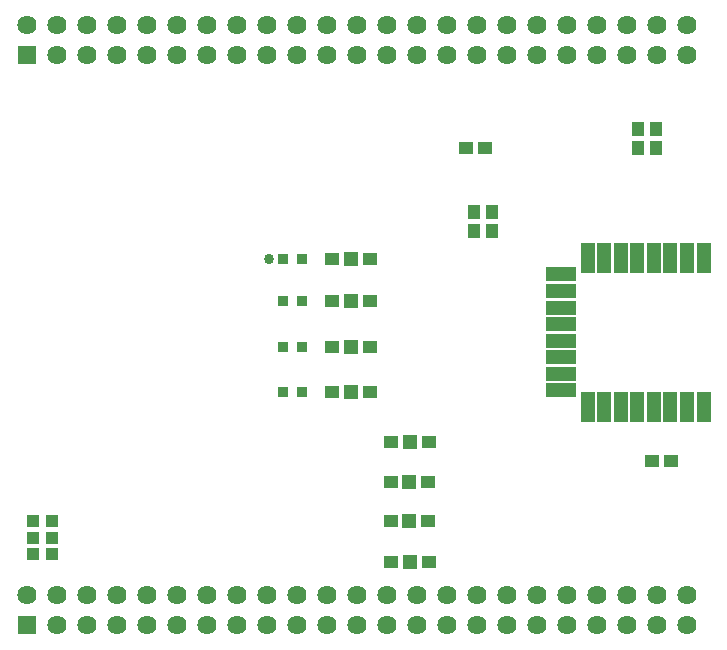
<source format=gts>
G04 Layer_Color=8388736*
%FSLAX25Y25*%
%MOIN*%
G70*
G01*
G75*
%ADD24R,0.04340X0.04537*%
%ADD25R,0.04537X0.10246*%
%ADD26R,0.10246X0.04537*%
%ADD27R,0.04537X0.04340*%
%ADD28R,0.04537X0.04537*%
%ADD29R,0.03750X0.03750*%
%ADD30R,0.04340X0.04143*%
%ADD31C,0.06400*%
%ADD32R,0.06400X0.06400*%
%ADD33C,0.03400*%
D24*
X283000Y168350D02*
D03*
Y174650D02*
D03*
X289000Y168350D02*
D03*
Y174650D02*
D03*
X228500Y147150D02*
D03*
Y140850D02*
D03*
X234500Y147150D02*
D03*
Y140850D02*
D03*
D25*
X304925Y131693D02*
D03*
X299413D02*
D03*
X293902D02*
D03*
X288390D02*
D03*
X282878D02*
D03*
X277366D02*
D03*
X271854D02*
D03*
X266342D02*
D03*
Y82126D02*
D03*
X271854D02*
D03*
X277366D02*
D03*
X282878D02*
D03*
X288390D02*
D03*
X293902D02*
D03*
X299413D02*
D03*
X304925D02*
D03*
D26*
X257307Y126201D02*
D03*
Y120689D02*
D03*
Y115177D02*
D03*
Y109665D02*
D03*
Y104154D02*
D03*
Y98642D02*
D03*
Y93130D02*
D03*
Y87618D02*
D03*
D27*
X232150Y168500D02*
D03*
X225850D02*
D03*
X294150Y64000D02*
D03*
X287850D02*
D03*
X200701Y30500D02*
D03*
X213299Y30500D02*
D03*
X200575Y57000D02*
D03*
X213173Y57000D02*
D03*
X200575Y44000D02*
D03*
X213173Y44000D02*
D03*
X200701Y70500D02*
D03*
X213299Y70500D02*
D03*
X193799Y131500D02*
D03*
X181201Y131500D02*
D03*
X193799Y117500D02*
D03*
X181201Y117500D02*
D03*
X193799Y102000D02*
D03*
X181201Y102000D02*
D03*
X193799Y87000D02*
D03*
X181201Y87000D02*
D03*
D28*
X207000Y30500D02*
D03*
X206874Y57000D02*
D03*
X206874Y44000D02*
D03*
X207000Y70500D02*
D03*
X187500Y131500D02*
D03*
Y117500D02*
D03*
Y102000D02*
D03*
Y87000D02*
D03*
D29*
X164850Y131500D02*
D03*
X171150D02*
D03*
X164850Y117500D02*
D03*
X171150D02*
D03*
X164850Y102000D02*
D03*
X171150D02*
D03*
X164850Y87000D02*
D03*
X171150D02*
D03*
D30*
X87650Y44000D02*
D03*
X81350Y44000D02*
D03*
X87650Y38500D02*
D03*
X81350D02*
D03*
X87650Y33000D02*
D03*
X81350D02*
D03*
D31*
X89383Y19381D02*
D03*
Y9381D02*
D03*
X179383Y19381D02*
D03*
X189383Y9381D02*
D03*
X179383D02*
D03*
X289383D02*
D03*
X299383Y19381D02*
D03*
X259383Y9381D02*
D03*
X189383Y19381D02*
D03*
X199383Y9381D02*
D03*
X169383Y19381D02*
D03*
X99383D02*
D03*
Y9381D02*
D03*
X229383Y19381D02*
D03*
Y9381D02*
D03*
X239383D02*
D03*
X249383D02*
D03*
X239383Y19381D02*
D03*
X249383D02*
D03*
X259383D02*
D03*
X269383D02*
D03*
Y9381D02*
D03*
X279383Y19381D02*
D03*
Y9381D02*
D03*
X289383Y19381D02*
D03*
X299383Y9381D02*
D03*
X219383Y19381D02*
D03*
Y9381D02*
D03*
X209383D02*
D03*
Y19381D02*
D03*
X119383D02*
D03*
X109383D02*
D03*
Y9381D02*
D03*
X119383D02*
D03*
X199383Y19381D02*
D03*
X159383D02*
D03*
X139383Y9381D02*
D03*
X169383D02*
D03*
X129383Y19381D02*
D03*
X139383D02*
D03*
X129383Y9381D02*
D03*
X149383D02*
D03*
Y19381D02*
D03*
X159383Y9381D02*
D03*
X79383Y19381D02*
D03*
X89383Y209381D02*
D03*
Y199381D02*
D03*
X179383Y209381D02*
D03*
X189383Y199381D02*
D03*
X179383D02*
D03*
X289383D02*
D03*
X299383Y209381D02*
D03*
X259383Y199381D02*
D03*
X189383Y209381D02*
D03*
X199383Y199381D02*
D03*
X169383Y209381D02*
D03*
X99383D02*
D03*
Y199381D02*
D03*
X229383Y209381D02*
D03*
Y199381D02*
D03*
X239383D02*
D03*
X249383D02*
D03*
X239383Y209381D02*
D03*
X249383D02*
D03*
X259383D02*
D03*
X269383D02*
D03*
Y199381D02*
D03*
X279383Y209381D02*
D03*
Y199381D02*
D03*
X289383Y209381D02*
D03*
X299383Y199381D02*
D03*
X219383Y209381D02*
D03*
Y199381D02*
D03*
X209383D02*
D03*
Y209381D02*
D03*
X119383D02*
D03*
X109383D02*
D03*
Y199381D02*
D03*
X119383D02*
D03*
X199383Y209381D02*
D03*
X159383D02*
D03*
X139383Y199381D02*
D03*
X169383D02*
D03*
X129383Y209381D02*
D03*
X139383D02*
D03*
X129383Y199381D02*
D03*
X149383D02*
D03*
Y209381D02*
D03*
X159383Y199381D02*
D03*
X79383Y209381D02*
D03*
D32*
Y9381D02*
D03*
Y199381D02*
D03*
D33*
X160000Y131500D02*
D03*
M02*

</source>
